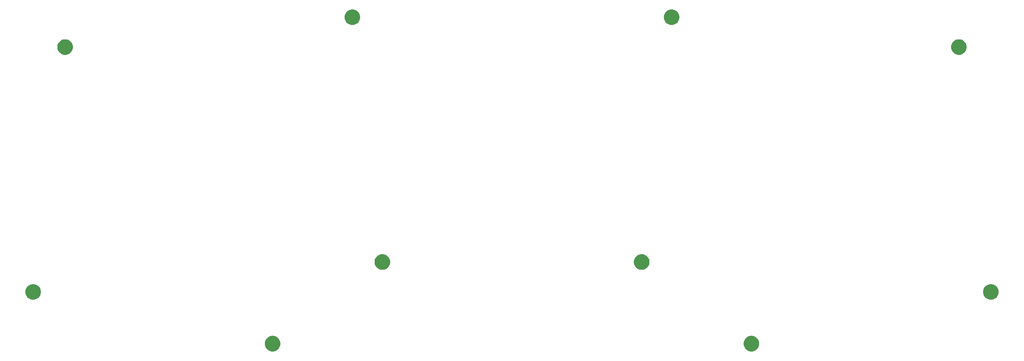
<source format=gts>
G04 #@! TF.GenerationSoftware,KiCad,Pcbnew,(5.1.4-0)*
G04 #@! TF.CreationDate,2021-07-03T08:26:25+10:00*
G04 #@! TF.ProjectId,ahokore,61686f6b-6f72-4652-9e6b-696361645f70,rev?*
G04 #@! TF.SameCoordinates,Original*
G04 #@! TF.FileFunction,Soldermask,Top*
G04 #@! TF.FilePolarity,Negative*
%FSLAX46Y46*%
G04 Gerber Fmt 4.6, Leading zero omitted, Abs format (unit mm)*
G04 Created by KiCad (PCBNEW (5.1.4-0)) date 2021-07-03 08:26:25*
%MOMM*%
%LPD*%
G04 APERTURE LIST*
%ADD10C,0.500000*%
G04 APERTURE END LIST*
D10*
G36*
X190569085Y-86123975D02*
G01*
X190924143Y-86271045D01*
X190924145Y-86271046D01*
X191243690Y-86484559D01*
X191515441Y-86756310D01*
X191728954Y-87075855D01*
X191728955Y-87075857D01*
X191876025Y-87430915D01*
X191951000Y-87807842D01*
X191951000Y-88192158D01*
X191876025Y-88569085D01*
X191728955Y-88924143D01*
X191728954Y-88924145D01*
X191515441Y-89243690D01*
X191243690Y-89515441D01*
X190924145Y-89728954D01*
X190924144Y-89728955D01*
X190924143Y-89728955D01*
X190569085Y-89876025D01*
X190192158Y-89951000D01*
X189807842Y-89951000D01*
X189430915Y-89876025D01*
X189075857Y-89728955D01*
X189075856Y-89728955D01*
X189075855Y-89728954D01*
X188756310Y-89515441D01*
X188484559Y-89243690D01*
X188271046Y-88924145D01*
X188271045Y-88924143D01*
X188123975Y-88569085D01*
X188049000Y-88192158D01*
X188049000Y-87807842D01*
X188123975Y-87430915D01*
X188271045Y-87075857D01*
X188271046Y-87075855D01*
X188484559Y-86756310D01*
X188756310Y-86484559D01*
X189075855Y-86271046D01*
X189075857Y-86271045D01*
X189430915Y-86123975D01*
X189807842Y-86049000D01*
X190192158Y-86049000D01*
X190569085Y-86123975D01*
X190569085Y-86123975D01*
G37*
G36*
X70569085Y-86123975D02*
G01*
X70924143Y-86271045D01*
X70924145Y-86271046D01*
X71243690Y-86484559D01*
X71515441Y-86756310D01*
X71728954Y-87075855D01*
X71728955Y-87075857D01*
X71876025Y-87430915D01*
X71951000Y-87807842D01*
X71951000Y-88192158D01*
X71876025Y-88569085D01*
X71728955Y-88924143D01*
X71728954Y-88924145D01*
X71515441Y-89243690D01*
X71243690Y-89515441D01*
X70924145Y-89728954D01*
X70924144Y-89728955D01*
X70924143Y-89728955D01*
X70569085Y-89876025D01*
X70192158Y-89951000D01*
X69807842Y-89951000D01*
X69430915Y-89876025D01*
X69075857Y-89728955D01*
X69075856Y-89728955D01*
X69075855Y-89728954D01*
X68756310Y-89515441D01*
X68484559Y-89243690D01*
X68271046Y-88924145D01*
X68271045Y-88924143D01*
X68123975Y-88569085D01*
X68049000Y-88192158D01*
X68049000Y-87807842D01*
X68123975Y-87430915D01*
X68271045Y-87075857D01*
X68271046Y-87075855D01*
X68484559Y-86756310D01*
X68756310Y-86484559D01*
X69075855Y-86271046D01*
X69075857Y-86271045D01*
X69430915Y-86123975D01*
X69807842Y-86049000D01*
X70192158Y-86049000D01*
X70569085Y-86123975D01*
X70569085Y-86123975D01*
G37*
G36*
X250569085Y-73123975D02*
G01*
X250924143Y-73271045D01*
X250924145Y-73271046D01*
X251243690Y-73484559D01*
X251515441Y-73756310D01*
X251728954Y-74075855D01*
X251728955Y-74075857D01*
X251876025Y-74430915D01*
X251951000Y-74807842D01*
X251951000Y-75192158D01*
X251876025Y-75569085D01*
X251728955Y-75924143D01*
X251728954Y-75924145D01*
X251515441Y-76243690D01*
X251243690Y-76515441D01*
X250924145Y-76728954D01*
X250924144Y-76728955D01*
X250924143Y-76728955D01*
X250569085Y-76876025D01*
X250192158Y-76951000D01*
X249807842Y-76951000D01*
X249430915Y-76876025D01*
X249075857Y-76728955D01*
X249075856Y-76728955D01*
X249075855Y-76728954D01*
X248756310Y-76515441D01*
X248484559Y-76243690D01*
X248271046Y-75924145D01*
X248271045Y-75924143D01*
X248123975Y-75569085D01*
X248049000Y-75192158D01*
X248049000Y-74807842D01*
X248123975Y-74430915D01*
X248271045Y-74075857D01*
X248271046Y-74075855D01*
X248484559Y-73756310D01*
X248756310Y-73484559D01*
X249075855Y-73271046D01*
X249075857Y-73271045D01*
X249430915Y-73123975D01*
X249807842Y-73049000D01*
X250192158Y-73049000D01*
X250569085Y-73123975D01*
X250569085Y-73123975D01*
G37*
G36*
X10569085Y-73123975D02*
G01*
X10924143Y-73271045D01*
X10924145Y-73271046D01*
X11243690Y-73484559D01*
X11515441Y-73756310D01*
X11728954Y-74075855D01*
X11728955Y-74075857D01*
X11876025Y-74430915D01*
X11951000Y-74807842D01*
X11951000Y-75192158D01*
X11876025Y-75569085D01*
X11728955Y-75924143D01*
X11728954Y-75924145D01*
X11515441Y-76243690D01*
X11243690Y-76515441D01*
X10924145Y-76728954D01*
X10924144Y-76728955D01*
X10924143Y-76728955D01*
X10569085Y-76876025D01*
X10192158Y-76951000D01*
X9807842Y-76951000D01*
X9430915Y-76876025D01*
X9075857Y-76728955D01*
X9075856Y-76728955D01*
X9075855Y-76728954D01*
X8756310Y-76515441D01*
X8484559Y-76243690D01*
X8271046Y-75924145D01*
X8271045Y-75924143D01*
X8123975Y-75569085D01*
X8049000Y-75192158D01*
X8049000Y-74807842D01*
X8123975Y-74430915D01*
X8271045Y-74075857D01*
X8271046Y-74075855D01*
X8484559Y-73756310D01*
X8756310Y-73484559D01*
X9075855Y-73271046D01*
X9075857Y-73271045D01*
X9430915Y-73123975D01*
X9807842Y-73049000D01*
X10192158Y-73049000D01*
X10569085Y-73123975D01*
X10569085Y-73123975D01*
G37*
G36*
X163069085Y-65623975D02*
G01*
X163424143Y-65771045D01*
X163424145Y-65771046D01*
X163743690Y-65984559D01*
X164015441Y-66256310D01*
X164228954Y-66575855D01*
X164228955Y-66575857D01*
X164376025Y-66930915D01*
X164451000Y-67307842D01*
X164451000Y-67692158D01*
X164376025Y-68069085D01*
X164228955Y-68424143D01*
X164228954Y-68424145D01*
X164015441Y-68743690D01*
X163743690Y-69015441D01*
X163424145Y-69228954D01*
X163424144Y-69228955D01*
X163424143Y-69228955D01*
X163069085Y-69376025D01*
X162692158Y-69451000D01*
X162307842Y-69451000D01*
X161930915Y-69376025D01*
X161575857Y-69228955D01*
X161575856Y-69228955D01*
X161575855Y-69228954D01*
X161256310Y-69015441D01*
X160984559Y-68743690D01*
X160771046Y-68424145D01*
X160771045Y-68424143D01*
X160623975Y-68069085D01*
X160549000Y-67692158D01*
X160549000Y-67307842D01*
X160623975Y-66930915D01*
X160771045Y-66575857D01*
X160771046Y-66575855D01*
X160984559Y-66256310D01*
X161256310Y-65984559D01*
X161575855Y-65771046D01*
X161575857Y-65771045D01*
X161930915Y-65623975D01*
X162307842Y-65549000D01*
X162692158Y-65549000D01*
X163069085Y-65623975D01*
X163069085Y-65623975D01*
G37*
G36*
X98069085Y-65623975D02*
G01*
X98424143Y-65771045D01*
X98424145Y-65771046D01*
X98743690Y-65984559D01*
X99015441Y-66256310D01*
X99228954Y-66575855D01*
X99228955Y-66575857D01*
X99376025Y-66930915D01*
X99451000Y-67307842D01*
X99451000Y-67692158D01*
X99376025Y-68069085D01*
X99228955Y-68424143D01*
X99228954Y-68424145D01*
X99015441Y-68743690D01*
X98743690Y-69015441D01*
X98424145Y-69228954D01*
X98424144Y-69228955D01*
X98424143Y-69228955D01*
X98069085Y-69376025D01*
X97692158Y-69451000D01*
X97307842Y-69451000D01*
X96930915Y-69376025D01*
X96575857Y-69228955D01*
X96575856Y-69228955D01*
X96575855Y-69228954D01*
X96256310Y-69015441D01*
X95984559Y-68743690D01*
X95771046Y-68424145D01*
X95771045Y-68424143D01*
X95623975Y-68069085D01*
X95549000Y-67692158D01*
X95549000Y-67307842D01*
X95623975Y-66930915D01*
X95771045Y-66575857D01*
X95771046Y-66575855D01*
X95984559Y-66256310D01*
X96256310Y-65984559D01*
X96575855Y-65771046D01*
X96575857Y-65771045D01*
X96930915Y-65623975D01*
X97307842Y-65549000D01*
X97692158Y-65549000D01*
X98069085Y-65623975D01*
X98069085Y-65623975D01*
G37*
G36*
X242569085Y-11623975D02*
G01*
X242924143Y-11771045D01*
X242924145Y-11771046D01*
X243243690Y-11984559D01*
X243515441Y-12256310D01*
X243728954Y-12575855D01*
X243728955Y-12575857D01*
X243876025Y-12930915D01*
X243951000Y-13307842D01*
X243951000Y-13692158D01*
X243876025Y-14069085D01*
X243728955Y-14424143D01*
X243728954Y-14424145D01*
X243515441Y-14743690D01*
X243243690Y-15015441D01*
X242924145Y-15228954D01*
X242924144Y-15228955D01*
X242924143Y-15228955D01*
X242569085Y-15376025D01*
X242192158Y-15451000D01*
X241807842Y-15451000D01*
X241430915Y-15376025D01*
X241075857Y-15228955D01*
X241075856Y-15228955D01*
X241075855Y-15228954D01*
X240756310Y-15015441D01*
X240484559Y-14743690D01*
X240271046Y-14424145D01*
X240271045Y-14424143D01*
X240123975Y-14069085D01*
X240049000Y-13692158D01*
X240049000Y-13307842D01*
X240123975Y-12930915D01*
X240271045Y-12575857D01*
X240271046Y-12575855D01*
X240484559Y-12256310D01*
X240756310Y-11984559D01*
X241075855Y-11771046D01*
X241075857Y-11771045D01*
X241430915Y-11623975D01*
X241807842Y-11549000D01*
X242192158Y-11549000D01*
X242569085Y-11623975D01*
X242569085Y-11623975D01*
G37*
G36*
X18569085Y-11623975D02*
G01*
X18924143Y-11771045D01*
X18924145Y-11771046D01*
X19243690Y-11984559D01*
X19515441Y-12256310D01*
X19728954Y-12575855D01*
X19728955Y-12575857D01*
X19876025Y-12930915D01*
X19951000Y-13307842D01*
X19951000Y-13692158D01*
X19876025Y-14069085D01*
X19728955Y-14424143D01*
X19728954Y-14424145D01*
X19515441Y-14743690D01*
X19243690Y-15015441D01*
X18924145Y-15228954D01*
X18924144Y-15228955D01*
X18924143Y-15228955D01*
X18569085Y-15376025D01*
X18192158Y-15451000D01*
X17807842Y-15451000D01*
X17430915Y-15376025D01*
X17075857Y-15228955D01*
X17075856Y-15228955D01*
X17075855Y-15228954D01*
X16756310Y-15015441D01*
X16484559Y-14743690D01*
X16271046Y-14424145D01*
X16271045Y-14424143D01*
X16123975Y-14069085D01*
X16049000Y-13692158D01*
X16049000Y-13307842D01*
X16123975Y-12930915D01*
X16271045Y-12575857D01*
X16271046Y-12575855D01*
X16484559Y-12256310D01*
X16756310Y-11984559D01*
X17075855Y-11771046D01*
X17075857Y-11771045D01*
X17430915Y-11623975D01*
X17807842Y-11549000D01*
X18192158Y-11549000D01*
X18569085Y-11623975D01*
X18569085Y-11623975D01*
G37*
G36*
X170569085Y-4123975D02*
G01*
X170924143Y-4271045D01*
X170924145Y-4271046D01*
X171243690Y-4484559D01*
X171515441Y-4756310D01*
X171728954Y-5075855D01*
X171728955Y-5075857D01*
X171876025Y-5430915D01*
X171951000Y-5807842D01*
X171951000Y-6192158D01*
X171876025Y-6569085D01*
X171728955Y-6924143D01*
X171728954Y-6924145D01*
X171515441Y-7243690D01*
X171243690Y-7515441D01*
X170924145Y-7728954D01*
X170924144Y-7728955D01*
X170924143Y-7728955D01*
X170569085Y-7876025D01*
X170192158Y-7951000D01*
X169807842Y-7951000D01*
X169430915Y-7876025D01*
X169075857Y-7728955D01*
X169075856Y-7728955D01*
X169075855Y-7728954D01*
X168756310Y-7515441D01*
X168484559Y-7243690D01*
X168271046Y-6924145D01*
X168271045Y-6924143D01*
X168123975Y-6569085D01*
X168049000Y-6192158D01*
X168049000Y-5807842D01*
X168123975Y-5430915D01*
X168271045Y-5075857D01*
X168271046Y-5075855D01*
X168484559Y-4756310D01*
X168756310Y-4484559D01*
X169075855Y-4271046D01*
X169075857Y-4271045D01*
X169430915Y-4123975D01*
X169807842Y-4049000D01*
X170192158Y-4049000D01*
X170569085Y-4123975D01*
X170569085Y-4123975D01*
G37*
G36*
X90569085Y-4123975D02*
G01*
X90924143Y-4271045D01*
X90924145Y-4271046D01*
X91243690Y-4484559D01*
X91515441Y-4756310D01*
X91728954Y-5075855D01*
X91728955Y-5075857D01*
X91876025Y-5430915D01*
X91951000Y-5807842D01*
X91951000Y-6192158D01*
X91876025Y-6569085D01*
X91728955Y-6924143D01*
X91728954Y-6924145D01*
X91515441Y-7243690D01*
X91243690Y-7515441D01*
X90924145Y-7728954D01*
X90924144Y-7728955D01*
X90924143Y-7728955D01*
X90569085Y-7876025D01*
X90192158Y-7951000D01*
X89807842Y-7951000D01*
X89430915Y-7876025D01*
X89075857Y-7728955D01*
X89075856Y-7728955D01*
X89075855Y-7728954D01*
X88756310Y-7515441D01*
X88484559Y-7243690D01*
X88271046Y-6924145D01*
X88271045Y-6924143D01*
X88123975Y-6569085D01*
X88049000Y-6192158D01*
X88049000Y-5807842D01*
X88123975Y-5430915D01*
X88271045Y-5075857D01*
X88271046Y-5075855D01*
X88484559Y-4756310D01*
X88756310Y-4484559D01*
X89075855Y-4271046D01*
X89075857Y-4271045D01*
X89430915Y-4123975D01*
X89807842Y-4049000D01*
X90192158Y-4049000D01*
X90569085Y-4123975D01*
X90569085Y-4123975D01*
G37*
M02*

</source>
